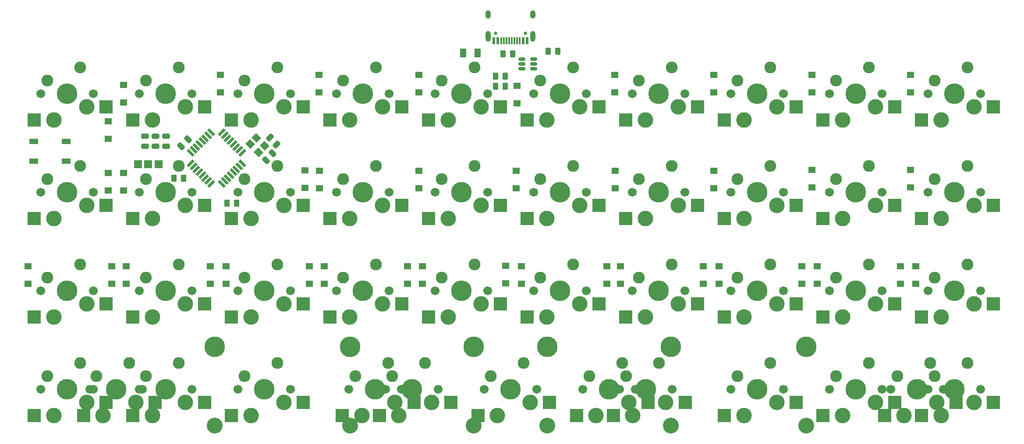
<source format=gbr>
%TF.GenerationSoftware,KiCad,Pcbnew,(6.99.0-222-g367431f825)*%
%TF.CreationDate,2022-01-13T14:33:26+01:00*%
%TF.ProjectId,Endeavour-2,456e6465-6176-46f7-9572-2d322e6b6963,rev?*%
%TF.SameCoordinates,Original*%
%TF.FileFunction,Soldermask,Bot*%
%TF.FilePolarity,Negative*%
%FSLAX46Y46*%
G04 Gerber Fmt 4.6, Leading zero omitted, Abs format (unit mm)*
G04 Created by KiCad (PCBNEW (6.99.0-222-g367431f825)) date 2022-01-13 14:33:26*
%MOMM*%
%LPD*%
G01*
G04 APERTURE LIST*
G04 Aperture macros list*
%AMRoundRect*
0 Rectangle with rounded corners*
0 $1 Rounding radius*
0 $2 $3 $4 $5 $6 $7 $8 $9 X,Y pos of 4 corners*
0 Add a 4 corners polygon primitive as box body*
4,1,4,$2,$3,$4,$5,$6,$7,$8,$9,$2,$3,0*
0 Add four circle primitives for the rounded corners*
1,1,$1+$1,$2,$3*
1,1,$1+$1,$4,$5*
1,1,$1+$1,$6,$7*
1,1,$1+$1,$8,$9*
0 Add four rect primitives between the rounded corners*
20,1,$1+$1,$2,$3,$4,$5,0*
20,1,$1+$1,$4,$5,$6,$7,0*
20,1,$1+$1,$6,$7,$8,$9,0*
20,1,$1+$1,$8,$9,$2,$3,0*%
%AMRotRect*
0 Rectangle, with rotation*
0 The origin of the aperture is its center*
0 $1 length*
0 $2 width*
0 $3 Rotation angle, in degrees counterclockwise*
0 Add horizontal line*
21,1,$1,$2,0,0,$3*%
G04 Aperture macros list end*
%ADD10C,1.701800*%
%ADD11C,3.000000*%
%ADD12C,3.987800*%
%ADD13R,2.550000X2.500000*%
%ADD14C,2.286000*%
%ADD15C,3.048000*%
%ADD16C,0.650000*%
%ADD17R,0.600000X1.450000*%
%ADD18R,0.300000X1.450000*%
%ADD19O,1.000000X1.600000*%
%ADD20O,1.000000X2.100000*%
%ADD21R,1.400000X1.200000*%
%ADD22RoundRect,0.250000X0.512652X0.159099X0.159099X0.512652X-0.512652X-0.159099X-0.159099X-0.512652X0*%
%ADD23RoundRect,0.250000X0.159099X-0.512652X0.512652X-0.159099X-0.159099X0.512652X-0.512652X0.159099X0*%
%ADD24RoundRect,0.150000X0.512500X0.150000X-0.512500X0.150000X-0.512500X-0.150000X0.512500X-0.150000X0*%
%ADD25R,1.700000X1.000000*%
%ADD26RoundRect,0.250000X-0.159099X0.512652X-0.512652X0.159099X0.159099X-0.512652X0.512652X-0.159099X0*%
%ADD27RoundRect,0.250000X0.262500X0.450000X-0.262500X0.450000X-0.262500X-0.450000X0.262500X-0.450000X0*%
%ADD28RoundRect,0.250000X-0.475000X0.250000X-0.475000X-0.250000X0.475000X-0.250000X0.475000X0.250000X0*%
%ADD29RoundRect,0.250000X-0.262500X-0.450000X0.262500X-0.450000X0.262500X0.450000X-0.262500X0.450000X0*%
%ADD30RotRect,1.600000X0.550000X225.000000*%
%ADD31RotRect,1.600000X0.550000X135.000000*%
%ADD32C,1.524000*%
%ADD33R,1.524000X1.524000*%
%ADD34RoundRect,0.250000X0.375000X0.625000X-0.375000X0.625000X-0.375000X-0.625000X0.375000X-0.625000X0*%
%ADD35RotRect,1.400000X1.200000X315.000000*%
G04 APERTURE END LIST*
D10*
%TO.C,K0*%
X55910000Y-35330000D03*
D11*
X58450000Y-40410000D03*
D12*
X60990000Y-35330000D03*
D11*
X64800000Y-37870000D03*
D10*
X66070000Y-35330000D03*
D13*
X54700000Y-40410000D03*
D14*
X63530000Y-30250000D03*
X57180000Y-32790000D03*
D13*
X68550000Y-37870000D03*
%TD*%
D10*
%TO.C,K1*%
X74960000Y-35330000D03*
D11*
X77500000Y-40410000D03*
D12*
X80040000Y-35330000D03*
D11*
X83850000Y-37870000D03*
D10*
X85120000Y-35330000D03*
D13*
X73750000Y-40410000D03*
D14*
X82580000Y-30250000D03*
X76230000Y-32790000D03*
D13*
X87600000Y-37870000D03*
%TD*%
D10*
%TO.C,K2*%
X94010000Y-35330000D03*
D11*
X96550000Y-40410000D03*
D12*
X99090000Y-35330000D03*
D11*
X102900000Y-37870000D03*
D10*
X104170000Y-35330000D03*
D13*
X92800000Y-40410000D03*
D14*
X101630000Y-30250000D03*
X95280000Y-32790000D03*
D13*
X106650000Y-37870000D03*
%TD*%
D10*
%TO.C,K3*%
X113060000Y-35330000D03*
D11*
X115600000Y-40410000D03*
D12*
X118140000Y-35330000D03*
D11*
X121950000Y-37870000D03*
D10*
X123220000Y-35330000D03*
D13*
X111850000Y-40410000D03*
D14*
X120680000Y-30250000D03*
X114330000Y-32790000D03*
D13*
X125700000Y-37870000D03*
%TD*%
D10*
%TO.C,K4*%
X132110000Y-35330000D03*
D11*
X134650000Y-40410000D03*
D12*
X137190000Y-35330000D03*
D11*
X141000000Y-37870000D03*
D10*
X142270000Y-35330000D03*
D13*
X130900000Y-40410000D03*
D14*
X139730000Y-30250000D03*
X133380000Y-32790000D03*
D13*
X144750000Y-37870000D03*
%TD*%
D10*
%TO.C,K6*%
X170210000Y-35330000D03*
D11*
X172750000Y-40410000D03*
D12*
X175290000Y-35330000D03*
D11*
X179100000Y-37870000D03*
D10*
X180370000Y-35330000D03*
D13*
X169000000Y-40410000D03*
D14*
X177830000Y-30250000D03*
X171480000Y-32790000D03*
D13*
X182850000Y-37870000D03*
%TD*%
D10*
%TO.C,K7*%
X189260000Y-35330000D03*
D11*
X191800000Y-40410000D03*
D12*
X194340000Y-35330000D03*
D11*
X198150000Y-37870000D03*
D10*
X199420000Y-35330000D03*
D13*
X188050000Y-40410000D03*
D14*
X196880000Y-30250000D03*
X190530000Y-32790000D03*
D13*
X201900000Y-37870000D03*
%TD*%
D10*
%TO.C,K8*%
X208310000Y-35330000D03*
D11*
X210850000Y-40410000D03*
D12*
X213390000Y-35330000D03*
D11*
X217200000Y-37870000D03*
D10*
X218470000Y-35330000D03*
D13*
X207100000Y-40410000D03*
D14*
X215930000Y-30250000D03*
X209580000Y-32790000D03*
D13*
X220950000Y-37870000D03*
%TD*%
D10*
%TO.C,K9*%
X227360000Y-35330000D03*
D11*
X229900000Y-40410000D03*
D12*
X232440000Y-35330000D03*
D11*
X236250000Y-37870000D03*
D10*
X237520000Y-35330000D03*
D13*
X226150000Y-40410000D03*
D14*
X234980000Y-30250000D03*
X228630000Y-32790000D03*
D13*
X240000000Y-37870000D03*
%TD*%
D10*
%TO.C,K10*%
X55910000Y-54380000D03*
D11*
X58450000Y-59460000D03*
D12*
X60990000Y-54380000D03*
D11*
X64800000Y-56920000D03*
D10*
X66070000Y-54380000D03*
D13*
X54700000Y-59460000D03*
D14*
X63530000Y-49300000D03*
X57180000Y-51840000D03*
D13*
X68550000Y-56920000D03*
%TD*%
D10*
%TO.C,K11*%
X74960000Y-54380000D03*
D11*
X77500000Y-59460000D03*
D12*
X80040000Y-54380000D03*
D11*
X83850000Y-56920000D03*
D10*
X85120000Y-54380000D03*
D13*
X73750000Y-59460000D03*
D14*
X82580000Y-49300000D03*
X76230000Y-51840000D03*
D13*
X87600000Y-56920000D03*
%TD*%
D10*
%TO.C,K12*%
X94010000Y-54380000D03*
D11*
X96550000Y-59460000D03*
D12*
X99090000Y-54380000D03*
D11*
X102900000Y-56920000D03*
D10*
X104170000Y-54380000D03*
D13*
X92800000Y-59460000D03*
D14*
X101630000Y-49300000D03*
X95280000Y-51840000D03*
D13*
X106650000Y-56920000D03*
%TD*%
D10*
%TO.C,K13*%
X113060000Y-54380000D03*
D11*
X115600000Y-59460000D03*
D12*
X118140000Y-54380000D03*
D11*
X121950000Y-56920000D03*
D10*
X123220000Y-54380000D03*
D13*
X111850000Y-59460000D03*
D14*
X120680000Y-49300000D03*
X114330000Y-51840000D03*
D13*
X125700000Y-56920000D03*
%TD*%
D10*
%TO.C,K14*%
X132110000Y-54380000D03*
D11*
X134650000Y-59460000D03*
D12*
X137190000Y-54380000D03*
D11*
X141000000Y-56920000D03*
D10*
X142270000Y-54380000D03*
D13*
X130900000Y-59460000D03*
D14*
X139730000Y-49300000D03*
X133380000Y-51840000D03*
D13*
X144750000Y-56920000D03*
%TD*%
D10*
%TO.C,K15*%
X151160000Y-54380000D03*
D11*
X153700000Y-59460000D03*
D12*
X156240000Y-54380000D03*
D11*
X160050000Y-56920000D03*
D10*
X161320000Y-54380000D03*
D13*
X149950000Y-59460000D03*
D14*
X158780000Y-49300000D03*
X152430000Y-51840000D03*
D13*
X163800000Y-56920000D03*
%TD*%
D10*
%TO.C,K16*%
X170210000Y-54380000D03*
D11*
X172750000Y-59460000D03*
D12*
X175290000Y-54380000D03*
D11*
X179100000Y-56920000D03*
D10*
X180370000Y-54380000D03*
D13*
X169000000Y-59460000D03*
D14*
X177830000Y-49300000D03*
X171480000Y-51840000D03*
D13*
X182850000Y-56920000D03*
%TD*%
D10*
%TO.C,K17*%
X189260000Y-54380000D03*
D11*
X191800000Y-59460000D03*
D12*
X194340000Y-54380000D03*
D11*
X198150000Y-56920000D03*
D10*
X199420000Y-54380000D03*
D13*
X188050000Y-59460000D03*
D14*
X196880000Y-49300000D03*
X190530000Y-51840000D03*
D13*
X201900000Y-56920000D03*
%TD*%
D10*
%TO.C,K18*%
X208310000Y-54380000D03*
D11*
X210850000Y-59460000D03*
D12*
X213390000Y-54380000D03*
D11*
X217200000Y-56920000D03*
D10*
X218470000Y-54380000D03*
D13*
X207100000Y-59460000D03*
D14*
X215930000Y-49300000D03*
X209580000Y-51840000D03*
D13*
X220950000Y-56920000D03*
%TD*%
D10*
%TO.C,K19*%
X227360000Y-54380000D03*
D11*
X229900000Y-59460000D03*
D12*
X232440000Y-54380000D03*
D11*
X236250000Y-56920000D03*
D10*
X237520000Y-54380000D03*
D13*
X226150000Y-59460000D03*
D14*
X234980000Y-49300000D03*
X228630000Y-51840000D03*
D13*
X240000000Y-56920000D03*
%TD*%
D10*
%TO.C,K20*%
X55910000Y-73430000D03*
D11*
X58450000Y-78510000D03*
D12*
X60990000Y-73430000D03*
D11*
X64800000Y-75970000D03*
D10*
X66070000Y-73430000D03*
D13*
X54700000Y-78510000D03*
D14*
X63530000Y-68350000D03*
X57180000Y-70890000D03*
D13*
X68550000Y-75970000D03*
%TD*%
D10*
%TO.C,K21*%
X74960000Y-73430000D03*
D11*
X77500000Y-78510000D03*
D12*
X80040000Y-73430000D03*
D11*
X83850000Y-75970000D03*
D10*
X85120000Y-73430000D03*
D13*
X73750000Y-78510000D03*
D14*
X82580000Y-68350000D03*
X76230000Y-70890000D03*
D13*
X87600000Y-75970000D03*
%TD*%
D10*
%TO.C,K22*%
X94010000Y-73430000D03*
D11*
X96550000Y-78510000D03*
D12*
X99090000Y-73430000D03*
D11*
X102900000Y-75970000D03*
D10*
X104170000Y-73430000D03*
D13*
X92800000Y-78510000D03*
D14*
X101630000Y-68350000D03*
X95280000Y-70890000D03*
D13*
X106650000Y-75970000D03*
%TD*%
D10*
%TO.C,K23*%
X113060000Y-73430000D03*
D11*
X115600000Y-78510000D03*
D12*
X118140000Y-73430000D03*
D11*
X121950000Y-75970000D03*
D10*
X123220000Y-73430000D03*
D13*
X111850000Y-78510000D03*
D14*
X120680000Y-68350000D03*
X114330000Y-70890000D03*
D13*
X125700000Y-75970000D03*
%TD*%
D10*
%TO.C,K24*%
X132110000Y-73430000D03*
D11*
X134650000Y-78510000D03*
D12*
X137190000Y-73430000D03*
D11*
X141000000Y-75970000D03*
D10*
X142270000Y-73430000D03*
D13*
X130900000Y-78510000D03*
D14*
X139730000Y-68350000D03*
X133380000Y-70890000D03*
D13*
X144750000Y-75970000D03*
%TD*%
D10*
%TO.C,K25*%
X151160000Y-73430000D03*
D11*
X153700000Y-78510000D03*
D12*
X156240000Y-73430000D03*
D11*
X160050000Y-75970000D03*
D10*
X161320000Y-73430000D03*
D13*
X149950000Y-78510000D03*
D14*
X158780000Y-68350000D03*
X152430000Y-70890000D03*
D13*
X163800000Y-75970000D03*
%TD*%
D10*
%TO.C,K26*%
X170210000Y-73430000D03*
D11*
X172750000Y-78510000D03*
D12*
X175290000Y-73430000D03*
D11*
X179100000Y-75970000D03*
D10*
X180370000Y-73430000D03*
D13*
X169000000Y-78510000D03*
D14*
X177830000Y-68350000D03*
X171480000Y-70890000D03*
D13*
X182850000Y-75970000D03*
%TD*%
D10*
%TO.C,K27*%
X189260000Y-73430000D03*
D11*
X191800000Y-78510000D03*
D12*
X194340000Y-73430000D03*
D11*
X198150000Y-75970000D03*
D10*
X199420000Y-73430000D03*
D13*
X188050000Y-78510000D03*
D14*
X196880000Y-68350000D03*
X190530000Y-70890000D03*
D13*
X201900000Y-75970000D03*
%TD*%
D10*
%TO.C,K28*%
X208310000Y-73430000D03*
D11*
X210850000Y-78510000D03*
D12*
X213390000Y-73430000D03*
D11*
X217200000Y-75970000D03*
D10*
X218470000Y-73430000D03*
D13*
X207100000Y-78510000D03*
D14*
X215930000Y-68350000D03*
X209580000Y-70890000D03*
D13*
X220950000Y-75970000D03*
%TD*%
D10*
%TO.C,K29*%
X227360000Y-73430000D03*
D11*
X229900000Y-78510000D03*
D12*
X232440000Y-73430000D03*
D11*
X236250000Y-75970000D03*
D10*
X237520000Y-73430000D03*
D13*
X226150000Y-78510000D03*
D14*
X234980000Y-68350000D03*
X228630000Y-70890000D03*
D13*
X240000000Y-75970000D03*
%TD*%
D10*
%TO.C,1u1*%
X55910000Y-92480000D03*
D11*
X58450000Y-97560000D03*
D12*
X60990000Y-92480000D03*
D11*
X64800000Y-95020000D03*
D10*
X66070000Y-92480000D03*
D13*
X54700000Y-97560000D03*
D14*
X63530000Y-87400000D03*
X57180000Y-89940000D03*
D13*
X68550000Y-95020000D03*
%TD*%
D10*
%TO.C,1u2*%
X74960000Y-92480000D03*
D11*
X77500000Y-97560000D03*
D12*
X80040000Y-92480000D03*
D11*
X83850000Y-95020000D03*
D10*
X85120000Y-92480000D03*
D13*
X73750000Y-97560000D03*
D14*
X82580000Y-87400000D03*
X76230000Y-89940000D03*
D13*
X87600000Y-95020000D03*
%TD*%
D10*
%TO.C,1u3*%
X94010000Y-92480000D03*
D11*
X96550000Y-97560000D03*
D12*
X99090000Y-92480000D03*
D11*
X102900000Y-95020000D03*
D10*
X104170000Y-92480000D03*
D13*
X92800000Y-97560000D03*
D14*
X101630000Y-87400000D03*
X95280000Y-89940000D03*
D13*
X106650000Y-95020000D03*
%TD*%
D10*
%TO.C,1u4*%
X122585000Y-92480000D03*
D11*
X125125000Y-97560000D03*
D12*
X127665000Y-92480000D03*
D11*
X131475000Y-95020000D03*
D10*
X132745000Y-92480000D03*
D13*
X121375000Y-97560000D03*
D14*
X130205000Y-87400000D03*
X123855000Y-89940000D03*
D13*
X135225000Y-95020000D03*
%TD*%
D10*
%TO.C,1u5*%
X160685000Y-92480000D03*
D11*
X163225000Y-97560000D03*
D12*
X165765000Y-92480000D03*
D11*
X169575000Y-95020000D03*
D10*
X170845000Y-92480000D03*
D13*
X159475000Y-97560000D03*
D14*
X168305000Y-87400000D03*
X161955000Y-89940000D03*
D13*
X173325000Y-95020000D03*
%TD*%
D10*
%TO.C,1u6*%
X189260000Y-92480000D03*
D11*
X191800000Y-97560000D03*
D12*
X194340000Y-92480000D03*
D11*
X198150000Y-95020000D03*
D10*
X199420000Y-92480000D03*
D13*
X188050000Y-97560000D03*
D14*
X196880000Y-87400000D03*
X190530000Y-89940000D03*
D13*
X201900000Y-95020000D03*
%TD*%
D10*
%TO.C,1u7*%
X208310000Y-92480000D03*
D11*
X210850000Y-97560000D03*
D12*
X213390000Y-92480000D03*
D11*
X217200000Y-95020000D03*
D10*
X218470000Y-92480000D03*
D13*
X207100000Y-97560000D03*
D14*
X215930000Y-87400000D03*
X209580000Y-89940000D03*
D13*
X220950000Y-95020000D03*
%TD*%
D10*
%TO.C,1u8*%
X227360000Y-92460000D03*
D11*
X229900000Y-97540000D03*
D12*
X232440000Y-92460000D03*
D11*
X236250000Y-95000000D03*
D10*
X237520000Y-92460000D03*
D13*
X226150000Y-97540000D03*
D14*
X234980000Y-87380000D03*
X228630000Y-89920000D03*
D13*
X240000000Y-95000000D03*
%TD*%
D10*
%TO.C,K5*%
X151160000Y-35330000D03*
D11*
X153700000Y-40410000D03*
D12*
X156240000Y-35330000D03*
D11*
X160050000Y-37870000D03*
D10*
X161320000Y-35330000D03*
D13*
X149950000Y-40410000D03*
D14*
X158780000Y-30250000D03*
X152430000Y-32790000D03*
D13*
X163800000Y-37870000D03*
%TD*%
D10*
%TO.C,SPACE1*%
X141635000Y-92480000D03*
D11*
X144175000Y-97560000D03*
D12*
X146715000Y-92480000D03*
D11*
X150525000Y-95020000D03*
D10*
X151795000Y-92480000D03*
D13*
X140425000Y-97560000D03*
D14*
X149255000Y-87400000D03*
X142905000Y-89940000D03*
D13*
X154275000Y-95020000D03*
%TD*%
D10*
%TO.C,1.5u1*%
X115441250Y-92480000D03*
D11*
X117981250Y-97560000D03*
D12*
X120521250Y-92480000D03*
D11*
X124331250Y-95020000D03*
D10*
X125601250Y-92480000D03*
D13*
X114231250Y-97560000D03*
D14*
X123061250Y-87400000D03*
X116711250Y-89940000D03*
D13*
X128081250Y-95020000D03*
%TD*%
D15*
%TO.C,H2*%
X139571250Y-99465000D03*
D12*
X139571250Y-84225000D03*
D15*
X115758750Y-99465000D03*
D12*
X115758750Y-84225000D03*
%TD*%
D15*
%TO.C,H1*%
X177671250Y-99465000D03*
D12*
X177671250Y-84225000D03*
D15*
X153858750Y-99465000D03*
D12*
X153858750Y-84225000D03*
%TD*%
D15*
%TO.C,H0*%
X203865000Y-99465000D03*
D12*
X203865000Y-84225000D03*
D15*
X89565000Y-99465000D03*
D12*
X89565000Y-84225000D03*
%TD*%
D10*
%TO.C,1.5u2*%
X167828750Y-92480000D03*
D11*
X170368750Y-97560000D03*
D12*
X172908750Y-92480000D03*
D11*
X176718750Y-95020000D03*
D10*
X177988750Y-92480000D03*
D13*
X166618750Y-97560000D03*
D14*
X175448750Y-87400000D03*
X169098750Y-89940000D03*
D13*
X180468750Y-95020000D03*
%TD*%
D10*
%TO.C,1u_space2*%
X220216250Y-92480000D03*
D11*
X222756250Y-97560000D03*
D12*
X225296250Y-92480000D03*
D11*
X229106250Y-95020000D03*
D10*
X230376250Y-92480000D03*
D13*
X219006250Y-97560000D03*
D14*
X227836250Y-87400000D03*
X221486250Y-89940000D03*
D13*
X232856250Y-95020000D03*
%TD*%
D10*
%TO.C,1u_space1*%
X65435000Y-92480000D03*
D11*
X67975000Y-97560000D03*
D12*
X70515000Y-92480000D03*
D11*
X74325000Y-95020000D03*
D10*
X75595000Y-92480000D03*
D13*
X64225000Y-97560000D03*
D14*
X73055000Y-87400000D03*
X66705000Y-89940000D03*
D13*
X78075000Y-95020000D03*
%TD*%
D16*
%TO.C,J1*%
X143825000Y-23642500D03*
X149605000Y-23642500D03*
D17*
X143465000Y-25087500D03*
X144265000Y-25087500D03*
D18*
X145465000Y-25087500D03*
X146465000Y-25087500D03*
X146965000Y-25087500D03*
X147965000Y-25087500D03*
D17*
X149165000Y-25087500D03*
X149965000Y-25087500D03*
X149965000Y-25087500D03*
X149165000Y-25087500D03*
D18*
X148465000Y-25087500D03*
X147465000Y-25087500D03*
X145965000Y-25087500D03*
X144965000Y-25087500D03*
D17*
X144265000Y-25087500D03*
X143465000Y-25087500D03*
D19*
X142395000Y-19992500D03*
D20*
X142395000Y-24172500D03*
D19*
X151035000Y-19992500D03*
D20*
X151035000Y-24172500D03*
%TD*%
D21*
%TO.C,D11*%
X71990000Y-50630000D03*
X71990000Y-54030000D03*
%TD*%
%TO.C,D9*%
X223990000Y-35030000D03*
X223990000Y-31630000D03*
%TD*%
D22*
%TO.C,C2*%
X101539751Y-45145751D03*
X100196249Y-43802249D03*
%TD*%
D21*
%TO.C,D10*%
X68990000Y-50630000D03*
X68990000Y-54030000D03*
%TD*%
%TO.C,D37*%
X183990000Y-68630000D03*
X183990000Y-72030000D03*
%TD*%
%TO.C,D20*%
X53490000Y-68630000D03*
X53490000Y-72030000D03*
%TD*%
D23*
%TO.C,C3*%
X99434249Y-48193751D03*
X100777751Y-46850249D03*
%TD*%
D24*
%TO.C,U2*%
X151187500Y-28590000D03*
X151187500Y-29540000D03*
X151187500Y-30490000D03*
X148912500Y-30490000D03*
X148912500Y-29540000D03*
X148912500Y-28590000D03*
%TD*%
D21*
%TO.C,D3*%
X109690000Y-35030000D03*
X109690000Y-31630000D03*
%TD*%
D25*
%TO.C,SW1*%
X60860000Y-44520000D03*
X54560000Y-44520000D03*
X60860000Y-48320000D03*
X54560000Y-48320000D03*
%TD*%
D21*
%TO.C,D23*%
X110740000Y-68630000D03*
X110740000Y-72030000D03*
%TD*%
D26*
%TO.C,C1*%
X84411751Y-44128249D03*
X83068249Y-45471751D03*
%TD*%
D21*
%TO.C,D29*%
X224990000Y-68630000D03*
X224990000Y-72030000D03*
%TD*%
%TO.C,D22*%
X91740000Y-68630000D03*
X91740000Y-72030000D03*
%TD*%
D27*
%TO.C,R1*%
X145662500Y-31890000D03*
X143837500Y-31890000D03*
%TD*%
D21*
%TO.C,D24*%
X129690000Y-68660000D03*
X129690000Y-72060000D03*
%TD*%
%TO.C,D30*%
X69650000Y-68620000D03*
X69650000Y-72020000D03*
%TD*%
D28*
%TO.C,C5*%
X78140000Y-43530000D03*
X78140000Y-45430000D03*
%TD*%
D21*
%TO.C,D13*%
X109775000Y-50200000D03*
X109775000Y-53600000D03*
%TD*%
%TO.C,D28*%
X205990000Y-68630000D03*
X205990000Y-72030000D03*
%TD*%
D27*
%TO.C,R6*%
X93762500Y-56450000D03*
X91937500Y-56450000D03*
%TD*%
D29*
%TO.C,R3*%
X81697500Y-51630000D03*
X83522500Y-51630000D03*
%TD*%
D21*
%TO.C,D16*%
X166925000Y-50225000D03*
X166925000Y-53625000D03*
%TD*%
%TO.C,D18*%
X204990000Y-50030000D03*
X204990000Y-53430000D03*
%TD*%
%TO.C,D12*%
X107030000Y-50140000D03*
X107030000Y-53540000D03*
%TD*%
%TO.C,D2*%
X90690000Y-35030000D03*
X90690000Y-31630000D03*
%TD*%
%TO.C,D7*%
X185990000Y-35030000D03*
X185990000Y-31630000D03*
%TD*%
%TO.C,D35*%
X145820000Y-68590000D03*
X145820000Y-71990000D03*
%TD*%
D27*
%TO.C,R4*%
X147132500Y-27590000D03*
X145307500Y-27590000D03*
%TD*%
D21*
%TO.C,D15*%
X147825000Y-50225000D03*
X147825000Y-53625000D03*
%TD*%
D29*
%TO.C,R2*%
X143837500Y-33860000D03*
X145662500Y-33860000D03*
%TD*%
D21*
%TO.C,D8*%
X204990000Y-35030000D03*
X204990000Y-31630000D03*
%TD*%
%TO.C,D31*%
X88750000Y-68625000D03*
X88750000Y-72025000D03*
%TD*%
%TO.C,D39*%
X222100000Y-68650000D03*
X222100000Y-72050000D03*
%TD*%
D28*
%TO.C,C6*%
X76140000Y-43530000D03*
X76140000Y-45430000D03*
%TD*%
D21*
%TO.C,D38*%
X202990000Y-68630000D03*
X202990000Y-72030000D03*
%TD*%
%TO.C,D33*%
X126850000Y-68650000D03*
X126850000Y-72050000D03*
%TD*%
%TO.C,D19*%
X223990000Y-50030000D03*
X223990000Y-53430000D03*
%TD*%
%TO.C,D32*%
X107850000Y-68625000D03*
X107850000Y-72025000D03*
%TD*%
%TO.C,D26*%
X167990000Y-68630000D03*
X167990000Y-72030000D03*
%TD*%
%TO.C,D21*%
X72490000Y-68630000D03*
X72490000Y-72030000D03*
%TD*%
%TO.C,D14*%
X128990000Y-50200000D03*
X128990000Y-53600000D03*
%TD*%
%TO.C,D4*%
X128990000Y-35030000D03*
X128990000Y-31630000D03*
%TD*%
%TO.C,D5*%
X147970000Y-37160000D03*
X147970000Y-33760000D03*
%TD*%
%TO.C,D0*%
X68990000Y-44030000D03*
X68990000Y-40630000D03*
%TD*%
%TO.C,D17*%
X185990000Y-50230000D03*
X185990000Y-53630000D03*
%TD*%
D28*
%TO.C,C4*%
X80200000Y-43530000D03*
X80200000Y-45430000D03*
%TD*%
D30*
%TO.C,U1*%
X90905305Y-42764897D03*
X91470990Y-43330583D03*
X92036676Y-43896268D03*
X92602361Y-44461953D03*
X93168047Y-45027639D03*
X93733732Y-45593324D03*
X94299417Y-46159010D03*
X94865103Y-46724695D03*
D31*
X94865103Y-48775305D03*
X94299417Y-49340990D03*
X93733732Y-49906676D03*
X93168047Y-50472361D03*
X92602361Y-51038047D03*
X92036676Y-51603732D03*
X91470990Y-52169417D03*
X90905305Y-52735103D03*
D30*
X88854695Y-52735103D03*
X88289010Y-52169417D03*
X87723324Y-51603732D03*
X87157639Y-51038047D03*
X86591953Y-50472361D03*
X86026268Y-49906676D03*
X85460583Y-49340990D03*
X84894897Y-48775305D03*
D31*
X84894897Y-46724695D03*
X85460583Y-46159010D03*
X86026268Y-45593324D03*
X86591953Y-45027639D03*
X87157639Y-44461953D03*
X87723324Y-43896268D03*
X88289010Y-43330583D03*
X88854695Y-42764897D03*
%TD*%
D32*
%TO.C,JP1*%
X74725000Y-48939000D03*
D33*
X74735000Y-48949000D03*
X74735000Y-48949000D03*
D32*
X76725000Y-48939000D03*
D33*
X76735000Y-48949000D03*
X76735000Y-48949000D03*
X78735000Y-48949000D03*
X78735000Y-48949000D03*
D32*
X78735000Y-48959000D03*
%TD*%
D21*
%TO.C,D1*%
X71990000Y-37030000D03*
X71990000Y-33630000D03*
%TD*%
%TO.C,D6*%
X166890000Y-35030000D03*
X166890000Y-31630000D03*
%TD*%
D34*
%TO.C,F1*%
X140380000Y-27460000D03*
X137580000Y-27460000D03*
%TD*%
D21*
%TO.C,D25*%
X148800000Y-68630000D03*
X148800000Y-72030000D03*
%TD*%
D35*
%TO.C,Y1*%
X97643223Y-43857142D03*
X99198858Y-45412777D03*
X97996777Y-46614858D03*
X96441142Y-45059223D03*
%TD*%
D21*
%TO.C,D36*%
X165300000Y-68650000D03*
X165300000Y-72050000D03*
%TD*%
D27*
%TO.C,R5*%
X155862500Y-27080000D03*
X154037500Y-27080000D03*
%TD*%
D21*
%TO.C,D27*%
X186990000Y-68630000D03*
X186990000Y-72030000D03*
%TD*%
M02*

</source>
